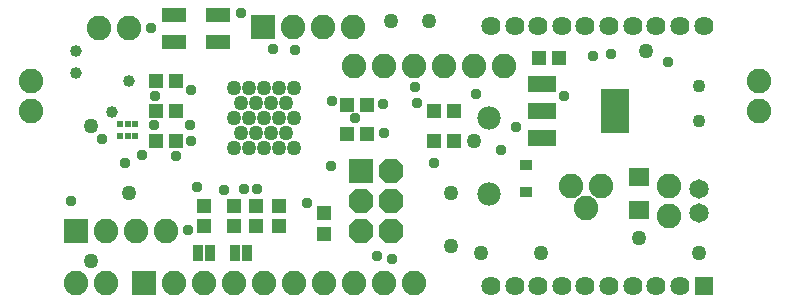
<source format=gbs>
G75*
%MOIN*%
%OFA0B0*%
%FSLAX25Y25*%
%IPPOS*%
%LPD*%
%AMOC8*
5,1,8,0,0,1.08239X$1,22.5*
%
%ADD10R,0.01863X0.02375*%
%ADD11R,0.05131X0.04737*%
%ADD12R,0.04068X0.03280*%
%ADD13C,0.07800*%
%ADD14C,0.08200*%
%ADD15R,0.04737X0.05131*%
%ADD16R,0.08200X0.08200*%
%ADD17R,0.03300X0.05800*%
%ADD18C,0.06400*%
%ADD19R,0.06400X0.06400*%
%ADD20R,0.08280X0.05131*%
%ADD21R,0.07099X0.06312*%
%ADD22C,0.06500*%
%ADD23C,0.04343*%
%ADD24R,0.09600X0.05600*%
%ADD25R,0.09461X0.14973*%
%ADD26OC8,0.08200*%
%ADD27C,0.03778*%
%ADD28C,0.04959*%
%ADD29C,0.03975*%
D10*
X0143141Y0185212D03*
X0145700Y0185212D03*
X0148259Y0185212D03*
X0148259Y0189149D03*
X0145700Y0189149D03*
X0143141Y0189149D03*
D11*
X0155154Y0193500D03*
X0161846Y0193500D03*
X0161846Y0183500D03*
X0155154Y0183500D03*
X0155154Y0203500D03*
X0161846Y0203500D03*
X0218754Y0195600D03*
X0225446Y0195600D03*
X0225446Y0185800D03*
X0218754Y0185800D03*
X0247654Y0183500D03*
X0254346Y0183500D03*
X0254346Y0193500D03*
X0247654Y0193500D03*
X0282654Y0211000D03*
X0289346Y0211000D03*
D12*
X0278500Y0175528D03*
X0278500Y0166472D03*
D13*
X0266000Y0165705D03*
X0266000Y0191295D03*
D14*
X0128500Y0136000D03*
X0138500Y0136000D03*
X0138500Y0153500D03*
X0148500Y0153500D03*
X0158500Y0153500D03*
X0161000Y0136000D03*
X0171000Y0136000D03*
X0181000Y0136000D03*
X0191000Y0136000D03*
X0201000Y0136000D03*
X0211000Y0136000D03*
X0221000Y0136000D03*
X0231000Y0136000D03*
X0241000Y0136000D03*
X0293500Y0168500D03*
X0298500Y0161000D03*
X0303500Y0168500D03*
X0326000Y0168500D03*
X0326000Y0158500D03*
X0356000Y0193500D03*
X0356000Y0203500D03*
X0271000Y0208500D03*
X0261000Y0208500D03*
X0251000Y0208500D03*
X0241000Y0208500D03*
X0231000Y0208500D03*
X0221000Y0208500D03*
X0220900Y0221500D03*
X0210900Y0221500D03*
X0200900Y0221500D03*
X0146000Y0221000D03*
X0136000Y0221000D03*
X0113500Y0203500D03*
X0113500Y0193500D03*
D15*
X0171000Y0161846D03*
X0171000Y0155154D03*
X0181000Y0155154D03*
X0181000Y0161846D03*
X0188500Y0161846D03*
X0188500Y0155154D03*
X0196000Y0155154D03*
X0196000Y0161846D03*
X0211000Y0159346D03*
X0211000Y0152654D03*
D16*
X0223500Y0173500D03*
X0190900Y0221500D03*
X0128500Y0153500D03*
X0151000Y0136000D03*
D17*
X0169000Y0146000D03*
X0173000Y0146000D03*
X0181500Y0146000D03*
X0185500Y0146000D03*
D18*
X0266787Y0135193D03*
X0274661Y0135193D03*
X0282535Y0135193D03*
X0290409Y0135193D03*
X0298283Y0135193D03*
X0306157Y0135193D03*
X0314031Y0135193D03*
X0321906Y0135193D03*
X0329780Y0135193D03*
X0329780Y0221807D03*
X0337654Y0221807D03*
X0321906Y0221807D03*
X0314031Y0221807D03*
X0306157Y0221807D03*
X0298283Y0221807D03*
X0290409Y0221807D03*
X0282535Y0221807D03*
X0274661Y0221807D03*
X0266787Y0221807D03*
D19*
X0337654Y0135193D03*
D20*
X0175783Y0216472D03*
X0175783Y0225528D03*
X0161217Y0225528D03*
X0161217Y0216472D03*
D21*
X0316000Y0171512D03*
X0316000Y0160488D03*
D22*
X0336000Y0159563D03*
X0336000Y0167437D03*
D23*
X0336000Y0190094D03*
X0336000Y0201906D03*
D24*
X0283800Y0202600D03*
X0283800Y0193500D03*
X0283800Y0184400D03*
D25*
X0308201Y0193500D03*
D26*
X0233500Y0173500D03*
X0233500Y0163500D03*
X0223500Y0163500D03*
X0223500Y0153500D03*
X0233500Y0153500D03*
D27*
X0233700Y0144200D03*
X0228800Y0145300D03*
X0205440Y0162740D03*
X0213489Y0175311D03*
X0231100Y0186100D03*
X0221300Y0191100D03*
X0230700Y0195900D03*
X0242000Y0196000D03*
X0241400Y0201400D03*
X0261800Y0199200D03*
X0275100Y0188000D03*
X0270100Y0180400D03*
X0247700Y0176100D03*
X0213900Y0196900D03*
X0201400Y0213800D03*
X0194000Y0214311D03*
X0183500Y0226000D03*
X0153400Y0221000D03*
X0154800Y0198600D03*
X0166808Y0200408D03*
X0166300Y0188800D03*
X0166800Y0183400D03*
X0161700Y0178500D03*
X0150600Y0178700D03*
X0144800Y0176100D03*
X0137000Y0184100D03*
X0154600Y0188700D03*
X0168700Y0168200D03*
X0177700Y0167300D03*
X0184400Y0167400D03*
X0188700Y0167600D03*
X0165900Y0153743D03*
X0126900Y0163500D03*
X0291200Y0198600D03*
X0300700Y0211700D03*
X0306700Y0212400D03*
X0325800Y0209800D03*
D28*
X0318500Y0213500D03*
X0261000Y0183500D03*
X0253500Y0166000D03*
X0253500Y0148500D03*
X0263500Y0146000D03*
X0283500Y0146000D03*
X0316000Y0151000D03*
X0336000Y0146000D03*
X0246000Y0223500D03*
X0233500Y0223500D03*
X0201000Y0201000D03*
X0196000Y0201000D03*
X0191000Y0201000D03*
X0186000Y0201000D03*
X0181000Y0201000D03*
X0183500Y0196000D03*
X0188500Y0196000D03*
X0193500Y0196000D03*
X0198500Y0196000D03*
X0201000Y0191000D03*
X0196000Y0191000D03*
X0191000Y0191000D03*
X0186000Y0191000D03*
X0181000Y0191000D03*
X0183500Y0186000D03*
X0188500Y0186000D03*
X0193500Y0186000D03*
X0198500Y0186000D03*
X0201000Y0181000D03*
X0196000Y0181000D03*
X0191000Y0181000D03*
X0186000Y0181000D03*
X0181000Y0181000D03*
X0146000Y0166000D03*
X0133500Y0143500D03*
X0133500Y0188500D03*
D29*
X0140547Y0193047D03*
X0146000Y0203500D03*
X0128500Y0206000D03*
X0128500Y0213500D03*
M02*

</source>
